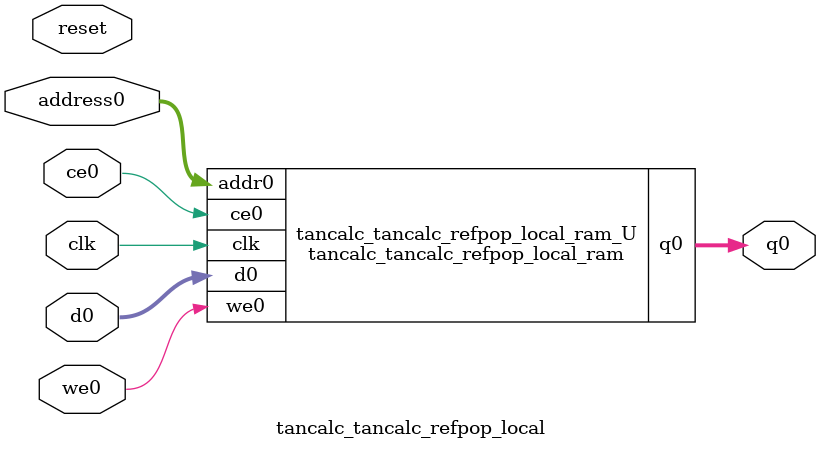
<source format=v>
`timescale 1 ns / 1 ps
module tancalc_tancalc_refpop_local_ram (addr0, ce0, d0, we0, q0,  clk);

parameter DWIDTH = 6;
parameter AWIDTH = 7;
parameter MEM_SIZE = 128;

input[AWIDTH-1:0] addr0;
input ce0;
input[DWIDTH-1:0] d0;
input we0;
output reg[DWIDTH-1:0] q0;
input clk;

(* ram_style = "distributed" *)reg [DWIDTH-1:0] ram[0:MEM_SIZE-1];




always @(posedge clk)  
begin 
    if (ce0) 
    begin
        if (we0) 
        begin 
            ram[addr0] <= d0; 
        end 
        q0 <= ram[addr0];
    end
end


endmodule

`timescale 1 ns / 1 ps
module tancalc_tancalc_refpop_local(
    reset,
    clk,
    address0,
    ce0,
    we0,
    d0,
    q0);

parameter DataWidth = 32'd6;
parameter AddressRange = 32'd128;
parameter AddressWidth = 32'd7;
input reset;
input clk;
input[AddressWidth - 1:0] address0;
input ce0;
input we0;
input[DataWidth - 1:0] d0;
output[DataWidth - 1:0] q0;



tancalc_tancalc_refpop_local_ram tancalc_tancalc_refpop_local_ram_U(
    .clk( clk ),
    .addr0( address0 ),
    .ce0( ce0 ),
    .we0( we0 ),
    .d0( d0 ),
    .q0( q0 ));

endmodule


</source>
